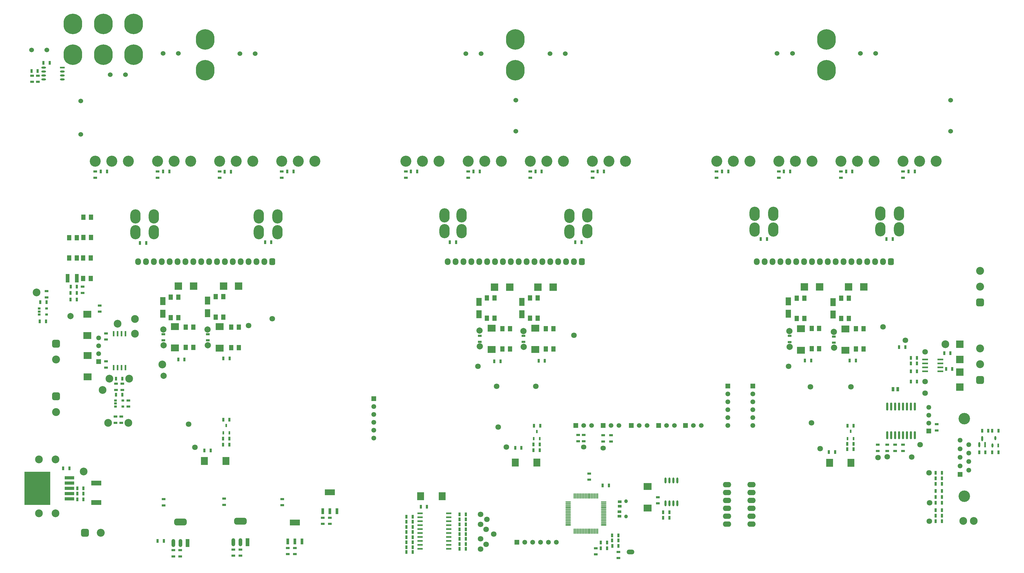
<source format=gbr>
%TF.GenerationSoftware,Altium Limited,Altium Designer,26.1.1 (7)*%
G04 Layer_Color=255*
%FSLAX43Y43*%
%MOMM*%
%TF.SameCoordinates,F910D8A4-5627-44EB-A571-6FFAAA827985*%
%TF.FilePolarity,Positive*%
%TF.FileFunction,Pads,Bot*%
%TF.Part,Single*%
G01*
G75*
%TA.AperFunction,SMDPad,CuDef*%
%ADD12R,0.800X1.250*%
%ADD13R,1.250X0.800*%
%TA.AperFunction,ComponentPad*%
%ADD27O,1.800X1.500*%
%ADD28C,1.800*%
%ADD29C,2.000*%
%ADD30C,3.550*%
%ADD31R,1.550X1.550*%
%ADD32C,1.550*%
%ADD33O,2.700X1.750*%
%ADD34C,3.700*%
%ADD35C,1.500*%
%ADD36R,1.500X1.500*%
%ADD37C,1.200*%
%ADD38C,1.524*%
%ADD39O,6.000X6.600*%
%ADD40C,2.500*%
%ADD41C,2.550*%
G04:AMPARAMS|DCode=42|XSize=2.55mm|YSize=2.55mm|CornerRadius=0.638mm|HoleSize=0mm|Usage=FLASHONLY|Rotation=0.000|XOffset=0mm|YOffset=0mm|HoleType=Round|Shape=RoundedRectangle|*
%AMROUNDEDRECTD42*
21,1,2.550,1.275,0,0,0.0*
21,1,1.275,2.550,0,0,0.0*
1,1,1.275,0.638,-0.638*
1,1,1.275,-0.638,-0.638*
1,1,1.275,-0.638,0.638*
1,1,1.275,0.638,0.638*
%
%ADD42ROUNDEDRECTD42*%
G04:AMPARAMS|DCode=43|XSize=2.55mm|YSize=2.55mm|CornerRadius=0.638mm|HoleSize=0mm|Usage=FLASHONLY|Rotation=270.000|XOffset=0mm|YOffset=0mm|HoleType=Round|Shape=RoundedRectangle|*
%AMROUNDEDRECTD43*
21,1,2.550,1.275,0,0,270.0*
21,1,1.275,2.550,0,0,270.0*
1,1,1.275,-0.638,-0.638*
1,1,1.275,-0.638,0.638*
1,1,1.275,0.638,0.638*
1,1,1.275,0.638,-0.638*
%
%ADD43ROUNDEDRECTD43*%
%ADD44O,1.905X2.159*%
G04:AMPARAMS|DCode=45|XSize=1.905mm|YSize=2.159mm|CornerRadius=0.476mm|HoleSize=0mm|Usage=FLASHONLY|Rotation=0.000|XOffset=0mm|YOffset=0mm|HoleType=Round|Shape=RoundedRectangle|*
%AMROUNDEDRECTD45*
21,1,1.905,1.206,0,0,0.0*
21,1,0.953,2.159,0,0,0.0*
1,1,0.953,0.476,-0.603*
1,1,0.953,-0.476,-0.603*
1,1,0.953,-0.476,0.603*
1,1,0.953,0.476,0.603*
%
%ADD45ROUNDEDRECTD45*%
%ADD46O,3.302X4.572*%
%ADD47O,2.500X1.500*%
%ADD48R,1.550X1.550*%
%TA.AperFunction,SMDPad,CuDef*%
%ADD56R,0.600X1.800*%
G04:AMPARAMS|DCode=57|XSize=2.2mm|YSize=4mm|CornerRadius=0.649mm|HoleSize=0mm|Usage=FLASHONLY|Rotation=90.000|XOffset=0mm|YOffset=0mm|HoleType=Round|Shape=RoundedRectangle|*
%AMROUNDEDRECTD57*
21,1,2.200,2.702,0,0,90.0*
21,1,0.902,4.000,0,0,90.0*
1,1,1.298,1.351,0.451*
1,1,1.298,1.351,-0.451*
1,1,1.298,-1.351,-0.451*
1,1,1.298,-1.351,0.451*
%
%ADD57ROUNDEDRECTD57*%
G04:AMPARAMS|DCode=58|XSize=2.6mm|YSize=1.2mm|CornerRadius=0.6mm|HoleSize=0mm|Usage=FLASHONLY|Rotation=90.000|XOffset=0mm|YOffset=0mm|HoleType=Round|Shape=RoundedRectangle|*
%AMROUNDEDRECTD58*
21,1,2.600,0.000,0,0,90.0*
21,1,1.400,1.200,0,0,90.0*
1,1,1.200,0.000,0.700*
1,1,1.200,0.000,-0.700*
1,1,1.200,0.000,-0.700*
1,1,1.200,0.000,0.700*
%
%ADD58ROUNDEDRECTD58*%
%ADD59R,1.200X2.600*%
%ADD60R,2.400X2.400*%
%ADD61O,0.650X1.900*%
%ADD62R,1.788X0.312*%
G04:AMPARAMS|DCode=63|XSize=1.788mm|YSize=0.312mm|CornerRadius=0.156mm|HoleSize=0mm|Usage=FLASHONLY|Rotation=180.000|XOffset=0mm|YOffset=0mm|HoleType=Round|Shape=RoundedRectangle|*
%AMROUNDEDRECTD63*
21,1,1.788,0.000,0,0,180.0*
21,1,1.476,0.312,0,0,180.0*
1,1,0.312,-0.738,0.000*
1,1,0.312,0.738,0.000*
1,1,0.312,0.738,0.000*
1,1,0.312,-0.738,0.000*
%
%ADD63ROUNDEDRECTD63*%
G04:AMPARAMS|DCode=64|XSize=0.312mm|YSize=1.788mm|CornerRadius=0.156mm|HoleSize=0mm|Usage=FLASHONLY|Rotation=180.000|XOffset=0mm|YOffset=0mm|HoleType=Round|Shape=RoundedRectangle|*
%AMROUNDEDRECTD64*
21,1,0.312,1.476,0,0,180.0*
21,1,0.000,1.788,0,0,180.0*
1,1,0.312,0.000,0.738*
1,1,0.312,0.000,0.738*
1,1,0.312,0.000,-0.738*
1,1,0.312,0.000,-0.738*
%
%ADD64ROUNDEDRECTD64*%
%ADD65R,1.262X0.958*%
%ADD66R,2.500X2.200*%
G04:AMPARAMS|DCode=67|XSize=0.55mm|YSize=1.7mm|CornerRadius=0.05mm|HoleSize=0mm|Usage=FLASHONLY|Rotation=90.000|XOffset=0mm|YOffset=0mm|HoleType=Round|Shape=RoundedRectangle|*
%AMROUNDEDRECTD67*
21,1,0.550,1.601,0,0,90.0*
21,1,0.451,1.700,0,0,90.0*
1,1,0.099,0.800,0.226*
1,1,0.099,0.800,-0.226*
1,1,0.099,-0.800,-0.226*
1,1,0.099,-0.800,0.226*
%
%ADD67ROUNDEDRECTD67*%
%ADD68R,2.200X2.500*%
%ADD69R,0.616X1.308*%
G04:AMPARAMS|DCode=70|XSize=1.308mm|YSize=0.616mm|CornerRadius=0.308mm|HoleSize=0mm|Usage=FLASHONLY|Rotation=90.000|XOffset=0mm|YOffset=0mm|HoleType=Round|Shape=RoundedRectangle|*
%AMROUNDEDRECTD70*
21,1,1.308,0.000,0,0,90.0*
21,1,0.692,0.616,0,0,90.0*
1,1,0.616,0.000,0.346*
1,1,0.616,0.000,-0.346*
1,1,0.616,0.000,-0.346*
1,1,0.616,0.000,0.346*
%
%ADD70ROUNDEDRECTD70*%
G04:AMPARAMS|DCode=71|XSize=1.655mm|YSize=0.602mm|CornerRadius=0.301mm|HoleSize=0mm|Usage=FLASHONLY|Rotation=90.000|XOffset=0mm|YOffset=0mm|HoleType=Round|Shape=RoundedRectangle|*
%AMROUNDEDRECTD71*
21,1,1.655,0.000,0,0,90.0*
21,1,1.053,0.602,0,0,90.0*
1,1,0.602,0.000,0.526*
1,1,0.602,0.000,-0.526*
1,1,0.602,0.000,-0.526*
1,1,0.602,0.000,0.526*
%
%ADD71ROUNDEDRECTD71*%
%ADD72R,0.602X1.655*%
%ADD73R,0.900X0.650*%
%ADD74R,1.205X2.706*%
%ADD75R,3.050X1.016*%
%ADD76R,8.380X10.660*%
%ADD77R,3.200X1.520*%
%ADD78R,0.600X1.050*%
%ADD79R,1.700X2.500*%
%ADD80R,1.450X1.800*%
%ADD81O,1.500X0.600*%
%ADD82R,1.500X0.600*%
%ADD83R,0.950X1.900*%
%ADD84R,3.250X1.900*%
%ADD85R,0.950X1.350*%
%ADD86O,0.700X2.600*%
%ADD87R,2.400X2.400*%
%ADD88R,1.980X0.530*%
D12*
X286452Y127004D02*
D03*
X288452D02*
D03*
X246320D02*
D03*
X248320D02*
D03*
X226406D02*
D03*
X228406D02*
D03*
X186376Y127010D02*
D03*
X188376D02*
D03*
X166361Y127061D02*
D03*
X168361D02*
D03*
X146422D02*
D03*
X148422D02*
D03*
X126279Y127036D02*
D03*
X128279D02*
D03*
X86439Y127004D02*
D03*
X88439D02*
D03*
X187386Y5700D02*
D03*
X189386D02*
D03*
X189385Y7600D02*
D03*
X187385D02*
D03*
X46700Y8105D02*
D03*
X44700D02*
D03*
X209475Y15574D02*
D03*
X207475D02*
D03*
X189977Y25942D02*
D03*
X187977D02*
D03*
X124820Y4522D02*
D03*
X126820D02*
D03*
Y6077D02*
D03*
X124820D02*
D03*
X126820Y7622D02*
D03*
X124820D02*
D03*
X141896Y11827D02*
D03*
X143896D02*
D03*
X141896Y10317D02*
D03*
X143896D02*
D03*
X141896Y13457D02*
D03*
X143896D02*
D03*
X126820Y10932D02*
D03*
X124820D02*
D03*
X126820Y9292D02*
D03*
X124820D02*
D03*
X141896Y16602D02*
D03*
X143896D02*
D03*
X141896Y15002D02*
D03*
X143896D02*
D03*
X126820Y12577D02*
D03*
X124820D02*
D03*
X126820Y15886D02*
D03*
X124820D02*
D03*
X126820Y14267D02*
D03*
X124820D02*
D03*
X129421Y19077D02*
D03*
X131421D02*
D03*
X141896Y7057D02*
D03*
X143896D02*
D03*
X141896Y5512D02*
D03*
X143896D02*
D03*
X141896Y8727D02*
D03*
X143896D02*
D03*
X309174Y36600D02*
D03*
X311174D02*
D03*
X20848Y25040D02*
D03*
X18848D02*
D03*
Y21476D02*
D03*
X20848D02*
D03*
X20848Y23338D02*
D03*
X18848D02*
D03*
X16327Y31440D02*
D03*
X14327D02*
D03*
X16700Y85825D02*
D03*
X18700D02*
D03*
X16723Y87913D02*
D03*
X18723D02*
D03*
X16725Y89975D02*
D03*
X18725D02*
D03*
X39075Y103998D02*
D03*
X41075D02*
D03*
X53366Y66531D02*
D03*
X51366D02*
D03*
X61796Y37253D02*
D03*
X59796D02*
D03*
X67876Y66811D02*
D03*
X65876D02*
D03*
X81299Y104276D02*
D03*
X79299D02*
D03*
X67784Y41004D02*
D03*
X65784D02*
D03*
X65834Y47150D02*
D03*
X67834D02*
D03*
X65784Y39083D02*
D03*
X67784D02*
D03*
X269457Y66204D02*
D03*
X267457D02*
D03*
X262812Y36734D02*
D03*
X260812D02*
D03*
X253087Y66164D02*
D03*
X255087D02*
D03*
X238852Y105268D02*
D03*
X240852D02*
D03*
X266724Y39333D02*
D03*
X268724D02*
D03*
X281340Y105243D02*
D03*
X279340D02*
D03*
X268724Y37631D02*
D03*
X266724D02*
D03*
X268759Y45175D02*
D03*
X266759D02*
D03*
X8002Y161979D02*
D03*
X10002D02*
D03*
X8798Y78817D02*
D03*
X6798D02*
D03*
X6976Y84922D02*
D03*
X8976D02*
D03*
X193040Y8235D02*
D03*
X191040D02*
D03*
X191025Y9896D02*
D03*
X193025D02*
D03*
X191064Y6465D02*
D03*
X193064D02*
D03*
X68310Y126934D02*
D03*
X66310D02*
D03*
X48498Y127004D02*
D03*
X46498D02*
D03*
X28432Y127036D02*
D03*
X26432D02*
D03*
X4116Y159392D02*
D03*
X6116D02*
D03*
X268335Y127004D02*
D03*
X266335D02*
D03*
X312099Y43521D02*
D03*
X310099D02*
D03*
X159811Y38030D02*
D03*
X161811D02*
D03*
X167709Y39173D02*
D03*
X165709D02*
D03*
Y37268D02*
D03*
X167709D02*
D03*
X165862Y45142D02*
D03*
X167862D02*
D03*
X209475Y17350D02*
D03*
X207475D02*
D03*
X181179Y104257D02*
D03*
X179179D02*
D03*
X33365Y55148D02*
D03*
X31365D02*
D03*
X33365Y60305D02*
D03*
X31365D02*
D03*
X295150Y16193D02*
D03*
X297150D02*
D03*
X295150Y14425D02*
D03*
X297150D02*
D03*
Y24189D02*
D03*
X295150D02*
D03*
X295150Y22252D02*
D03*
X297150D02*
D03*
X295150Y20348D02*
D03*
X297150D02*
D03*
Y18025D02*
D03*
X295150D02*
D03*
X295161Y28224D02*
D03*
X297161D02*
D03*
X297161Y30054D02*
D03*
X295161D02*
D03*
X295161Y26425D02*
D03*
X297161D02*
D03*
X297916Y68507D02*
D03*
X299916D02*
D03*
X300516Y63437D02*
D03*
X298516D02*
D03*
X289176Y66982D02*
D03*
X287176D02*
D03*
X289176Y65252D02*
D03*
X287176D02*
D03*
Y62712D02*
D03*
X289176D02*
D03*
X287176Y59367D02*
D03*
X289176D02*
D03*
X285396Y70487D02*
D03*
X283396D02*
D03*
X138775Y104257D02*
D03*
X140775D02*
D03*
X169353Y66050D02*
D03*
X167353D02*
D03*
X155073Y65950D02*
D03*
X153073D02*
D03*
X313374Y43521D02*
D03*
X315374D02*
D03*
X313374Y36600D02*
D03*
X315374D02*
D03*
D13*
X185800Y3750D02*
D03*
Y5750D02*
D03*
X181871Y42193D02*
D03*
Y40193D02*
D03*
X180081D02*
D03*
Y42193D02*
D03*
X188161Y42127D02*
D03*
Y40127D02*
D03*
X190701D02*
D03*
Y42127D02*
D03*
X183684Y29787D02*
D03*
Y27787D02*
D03*
X28125Y74900D02*
D03*
Y72900D02*
D03*
X8975Y88512D02*
D03*
Y86512D02*
D03*
X100150Y13550D02*
D03*
Y15550D02*
D03*
X69060Y3333D02*
D03*
Y5333D02*
D03*
X26094Y83900D02*
D03*
Y81900D02*
D03*
X20550Y89950D02*
D03*
Y87950D02*
D03*
X66150Y19681D02*
D03*
Y21681D02*
D03*
X71350Y3333D02*
D03*
Y5333D02*
D03*
X28150Y63900D02*
D03*
Y65900D02*
D03*
X46599Y72645D02*
D03*
Y74645D02*
D03*
X60857D02*
D03*
Y72645D02*
D03*
X262418Y71894D02*
D03*
Y73894D02*
D03*
X248127Y74135D02*
D03*
Y72135D02*
D03*
X193040Y2550D02*
D03*
Y4550D02*
D03*
X144666Y125004D02*
D03*
Y127004D02*
D03*
X124638Y125004D02*
D03*
Y127004D02*
D03*
X244666Y125004D02*
D03*
Y127004D02*
D03*
X164666Y125004D02*
D03*
Y127004D02*
D03*
X184709Y125004D02*
D03*
Y127004D02*
D03*
X224663Y125004D02*
D03*
Y127004D02*
D03*
X284633Y125004D02*
D03*
Y127004D02*
D03*
X264666Y125004D02*
D03*
Y127004D02*
D03*
X24638Y125004D02*
D03*
Y127004D02*
D03*
X44666Y125004D02*
D03*
Y127004D02*
D03*
X84666Y125004D02*
D03*
Y127004D02*
D03*
X64666Y125004D02*
D03*
Y127004D02*
D03*
X4354Y157874D02*
D03*
Y155874D02*
D03*
X6183Y157874D02*
D03*
Y155874D02*
D03*
X205725Y20175D02*
D03*
Y22175D02*
D03*
X84800Y19575D02*
D03*
Y21575D02*
D03*
X32995Y46105D02*
D03*
Y48105D02*
D03*
X33375Y56675D02*
D03*
Y58675D02*
D03*
X31365Y56675D02*
D03*
Y58675D02*
D03*
X31185Y48105D02*
D03*
Y46105D02*
D03*
X35293Y53325D02*
D03*
Y51325D02*
D03*
X282095Y39078D02*
D03*
Y37078D02*
D03*
X276520D02*
D03*
Y39078D02*
D03*
X279555Y37078D02*
D03*
Y39078D02*
D03*
X284635D02*
D03*
Y37078D02*
D03*
X162503Y74141D02*
D03*
Y72141D02*
D03*
X148427Y72140D02*
D03*
Y74140D02*
D03*
X295483Y43648D02*
D03*
Y45648D02*
D03*
X86625Y5825D02*
D03*
Y3825D02*
D03*
X49771Y5100D02*
D03*
Y3100D02*
D03*
X88925Y5825D02*
D03*
Y3825D02*
D03*
X97850Y13550D02*
D03*
Y15550D02*
D03*
X46661Y21525D02*
D03*
Y19525D02*
D03*
X52011Y5100D02*
D03*
Y3100D02*
D03*
D27*
X188161Y37987D02*
D03*
X181871Y38279D02*
D03*
D28*
X166439Y57836D02*
D03*
X148660Y13457D02*
D03*
X152871Y10317D02*
D03*
X148660Y5477D02*
D03*
Y16602D02*
D03*
Y8727D02*
D03*
X150683Y15002D02*
D03*
X150475Y7027D02*
D03*
Y11827D02*
D03*
X56711Y38232D02*
D03*
X54714Y45661D02*
D03*
X74041Y77404D02*
D03*
X81661Y79635D02*
D03*
X247860Y64326D02*
D03*
X267927Y57729D02*
D03*
X254871D02*
D03*
X258002Y37788D02*
D03*
X278232Y77032D02*
D03*
X255223Y46105D02*
D03*
X293185Y20344D02*
D03*
X293072Y30054D02*
D03*
X287475Y35075D02*
D03*
X147856Y64321D02*
D03*
X157008Y38337D02*
D03*
X178714Y74317D02*
D03*
X153823Y57836D02*
D03*
X154374Y44728D02*
D03*
X293135Y14410D02*
D03*
X291806Y55633D02*
D03*
X276609Y34900D02*
D03*
X290180Y39078D02*
D03*
X291806Y59367D02*
D03*
X285396Y72651D02*
D03*
X291781Y68959D02*
D03*
X279555Y35172D02*
D03*
D29*
X16700Y80466D02*
D03*
X46623Y71070D02*
D03*
X46548Y76145D02*
D03*
X46654Y61250D02*
D03*
X60881Y71070D02*
D03*
X60806Y76145D02*
D03*
X262443Y70319D02*
D03*
X262368Y75394D02*
D03*
X248151Y70560D02*
D03*
X248076Y75635D02*
D03*
X162528Y70566D02*
D03*
X162453Y75641D02*
D03*
X148377Y75780D02*
D03*
X148452Y70705D02*
D03*
D30*
X124666Y130369D02*
D03*
X130000D02*
D03*
X135334D02*
D03*
X95334D02*
D03*
X90000D02*
D03*
X84666D02*
D03*
X184666D02*
D03*
X190000D02*
D03*
X195334D02*
D03*
X164666D02*
D03*
X170000D02*
D03*
X175334D02*
D03*
X44666D02*
D03*
X50000D02*
D03*
X55334D02*
D03*
X24666D02*
D03*
X30000D02*
D03*
X35334D02*
D03*
X64666D02*
D03*
X70000D02*
D03*
X75334D02*
D03*
X284666D02*
D03*
X290000D02*
D03*
X295334D02*
D03*
X264666D02*
D03*
X270000D02*
D03*
X275334D02*
D03*
X144666D02*
D03*
X150000D02*
D03*
X155334D02*
D03*
X224666D02*
D03*
X230000D02*
D03*
X235334D02*
D03*
X244666D02*
D03*
X250000D02*
D03*
X255334D02*
D03*
D31*
X25775Y65845D02*
D03*
X302985Y29515D02*
D03*
X114300Y53870D02*
D03*
X292961Y43498D02*
D03*
X228279Y57970D02*
D03*
X236279Y57960D02*
D03*
D32*
X25775Y68385D02*
D03*
Y70925D02*
D03*
Y73465D02*
D03*
X302985Y34995D02*
D03*
Y32255D02*
D03*
Y37735D02*
D03*
Y40475D02*
D03*
X305825Y36365D02*
D03*
Y33625D02*
D03*
Y30885D02*
D03*
Y39105D02*
D03*
X114300Y51330D02*
D03*
Y48790D02*
D03*
Y46250D02*
D03*
Y43710D02*
D03*
Y41170D02*
D03*
X173080Y7700D02*
D03*
X170540D02*
D03*
X168000D02*
D03*
X165460D02*
D03*
X162920D02*
D03*
X292961Y46038D02*
D03*
Y48578D02*
D03*
Y51118D02*
D03*
X228279Y55430D02*
D03*
Y52890D02*
D03*
Y50350D02*
D03*
Y47810D02*
D03*
Y45270D02*
D03*
X236279Y55420D02*
D03*
Y52880D02*
D03*
Y50340D02*
D03*
Y47800D02*
D03*
Y45260D02*
D03*
D33*
X228024Y13500D02*
D03*
Y16040D02*
D03*
Y18580D02*
D03*
Y21120D02*
D03*
Y23660D02*
D03*
Y26200D02*
D03*
X235865Y26225D02*
D03*
Y23685D02*
D03*
Y21145D02*
D03*
Y18605D02*
D03*
Y16065D02*
D03*
Y13525D02*
D03*
D34*
X304405Y22505D02*
D03*
Y47495D02*
D03*
D35*
X202257Y45225D02*
D03*
X199717D02*
D03*
X217202D02*
D03*
X219742D02*
D03*
X193241Y45287D02*
D03*
X190701D02*
D03*
X208532Y45225D02*
D03*
X211072D02*
D03*
X184411Y45237D02*
D03*
X181871D02*
D03*
D36*
X197177Y45225D02*
D03*
X214662D02*
D03*
X188161Y45287D02*
D03*
X205992Y45225D02*
D03*
X179331Y45237D02*
D03*
D37*
X195524Y15981D02*
D03*
Y20861D02*
D03*
D38*
X4150Y166175D02*
D03*
X9100D02*
D03*
X29450Y158225D02*
D03*
X34400D02*
D03*
X46445Y165059D02*
D03*
X51395D02*
D03*
X76135Y164983D02*
D03*
X71185D02*
D03*
X148869Y165004D02*
D03*
X143919D02*
D03*
X249058Y165034D02*
D03*
X244108D02*
D03*
X275869Y165059D02*
D03*
X270919D02*
D03*
X175971Y165004D02*
D03*
X160000Y140004D02*
D03*
Y150004D02*
D03*
X300000Y140004D02*
D03*
Y150004D02*
D03*
X20000Y138976D02*
D03*
Y149726D02*
D03*
X171021Y165004D02*
D03*
D39*
X27250Y174540D02*
D03*
Y164634D02*
D03*
X17425Y174540D02*
D03*
Y164634D02*
D03*
X60000Y159638D02*
D03*
Y169544D02*
D03*
X37000Y164634D02*
D03*
Y174540D02*
D03*
X159893Y159638D02*
D03*
Y169544D02*
D03*
X259994Y159638D02*
D03*
Y169544D02*
D03*
D40*
X307400Y14480D02*
D03*
X304005D02*
D03*
X31815Y78014D02*
D03*
X37446Y79505D02*
D03*
X6564Y16963D02*
D03*
X11898D02*
D03*
Y34362D02*
D03*
X6564D02*
D03*
X20914Y30470D02*
D03*
X46252Y64911D02*
D03*
X5724Y88112D02*
D03*
X37446Y74800D02*
D03*
X35545Y60305D02*
D03*
X35293Y46105D02*
D03*
X28765Y46105D02*
D03*
X29185Y60305D02*
D03*
X27025Y56685D02*
D03*
X298316Y71428D02*
D03*
D41*
X26390Y10725D02*
D03*
X12000Y49539D02*
D03*
Y66539D02*
D03*
X309475Y65000D02*
D03*
Y70080D02*
D03*
Y90000D02*
D03*
Y95080D02*
D03*
D42*
X21310Y10725D02*
D03*
D43*
X12000Y54619D02*
D03*
Y71619D02*
D03*
X309475Y59920D02*
D03*
Y84920D02*
D03*
D44*
X58801Y98029D02*
D03*
X38481D02*
D03*
X56261D02*
D03*
X48641D02*
D03*
X53721D02*
D03*
X46101D02*
D03*
X51181D02*
D03*
X43561D02*
D03*
X41021D02*
D03*
X61341D02*
D03*
X63881D02*
D03*
X66421D02*
D03*
X71501D02*
D03*
X79121D02*
D03*
X68961D02*
D03*
X74041D02*
D03*
X76581D02*
D03*
X158394Y98010D02*
D03*
X138074D02*
D03*
X155854D02*
D03*
X148234D02*
D03*
X153314D02*
D03*
X145694D02*
D03*
X150774D02*
D03*
X143154D02*
D03*
X140614D02*
D03*
X160934D02*
D03*
X163474D02*
D03*
X166014D02*
D03*
X171094D02*
D03*
X178714D02*
D03*
X168554D02*
D03*
X173634D02*
D03*
X176174D02*
D03*
X275692D02*
D03*
X273152D02*
D03*
X268072D02*
D03*
X278232D02*
D03*
X270612D02*
D03*
X265532D02*
D03*
X262992D02*
D03*
X260452D02*
D03*
X240132D02*
D03*
X242672D02*
D03*
X250292D02*
D03*
X245212D02*
D03*
X252832D02*
D03*
X247752D02*
D03*
X255372D02*
D03*
X237592D02*
D03*
X257912D02*
D03*
D45*
X81661Y98029D02*
D03*
X181254Y98010D02*
D03*
X280772D02*
D03*
D46*
X43562Y112544D02*
D03*
Y107464D02*
D03*
X37562Y112544D02*
D03*
Y107464D02*
D03*
X77277Y112592D02*
D03*
Y107512D02*
D03*
X83277Y112592D02*
D03*
Y107512D02*
D03*
X283380Y113506D02*
D03*
Y108426D02*
D03*
X277380Y113506D02*
D03*
Y108426D02*
D03*
X236888Y113430D02*
D03*
Y108350D02*
D03*
X242888Y113430D02*
D03*
Y108350D02*
D03*
X183094Y107808D02*
D03*
Y112888D02*
D03*
X177278Y107681D02*
D03*
Y112761D02*
D03*
X142545Y107808D02*
D03*
Y112888D02*
D03*
X137109Y107808D02*
D03*
Y112888D02*
D03*
D47*
X196975Y4550D02*
D03*
D48*
X160380Y7700D02*
D03*
D56*
X30545Y74800D02*
D03*
X31815D02*
D03*
X33085D02*
D03*
X34355D02*
D03*
Y63900D02*
D03*
X33085D02*
D03*
X31815D02*
D03*
X30545D02*
D03*
D57*
X52060Y14195D02*
D03*
X71350Y14477D02*
D03*
D58*
X49770Y7405D02*
D03*
X52060D02*
D03*
X69060Y7687D02*
D03*
X71350D02*
D03*
D59*
X54350Y7405D02*
D03*
X73640Y7687D02*
D03*
D60*
X172034Y89771D02*
D03*
X167153D02*
D03*
X267167Y89904D02*
D03*
X272048D02*
D03*
X252927Y89864D02*
D03*
X257808D02*
D03*
X70797Y90131D02*
D03*
X65916D02*
D03*
X56317D02*
D03*
X51436D02*
D03*
X153193Y89761D02*
D03*
X158074D02*
D03*
D61*
X212030Y20225D02*
D03*
X210760D02*
D03*
X209490D02*
D03*
X208220D02*
D03*
X212030Y27525D02*
D03*
X210760D02*
D03*
X209490D02*
D03*
X208220D02*
D03*
D62*
X188292Y20631D02*
D03*
D63*
Y20131D02*
D03*
Y19631D02*
D03*
Y19131D02*
D03*
Y18631D02*
D03*
Y18131D02*
D03*
Y17631D02*
D03*
Y17131D02*
D03*
Y16631D02*
D03*
Y16131D02*
D03*
Y15631D02*
D03*
Y15131D02*
D03*
Y14631D02*
D03*
Y14131D02*
D03*
Y13631D02*
D03*
Y13131D02*
D03*
X176910D02*
D03*
Y13631D02*
D03*
Y14131D02*
D03*
Y14631D02*
D03*
Y15131D02*
D03*
Y15631D02*
D03*
Y16131D02*
D03*
Y16631D02*
D03*
Y17131D02*
D03*
Y17631D02*
D03*
Y18131D02*
D03*
Y18631D02*
D03*
Y19131D02*
D03*
Y19631D02*
D03*
Y20131D02*
D03*
Y20631D02*
D03*
D64*
X186351Y11190D02*
D03*
X185851D02*
D03*
X185351D02*
D03*
X184851D02*
D03*
X184351D02*
D03*
X183851D02*
D03*
X183351D02*
D03*
X182851D02*
D03*
X182351D02*
D03*
X181851D02*
D03*
X181351D02*
D03*
X180851D02*
D03*
X180351D02*
D03*
X179851D02*
D03*
X179351D02*
D03*
X178851D02*
D03*
Y22573D02*
D03*
X179351D02*
D03*
X179851D02*
D03*
X180351D02*
D03*
X180851D02*
D03*
X181351D02*
D03*
X181851D02*
D03*
X182351D02*
D03*
X182851D02*
D03*
X183351D02*
D03*
X183851D02*
D03*
X184351D02*
D03*
X184851D02*
D03*
X185351D02*
D03*
X185851D02*
D03*
X186351D02*
D03*
D65*
X193414Y16015D02*
D03*
Y17469D02*
D03*
X193447Y20702D02*
D03*
Y19248D02*
D03*
D66*
X22125Y74200D02*
D03*
Y81100D02*
D03*
X22225Y67788D02*
D03*
Y60888D02*
D03*
X64686Y70181D02*
D03*
Y77081D02*
D03*
X50321Y77095D02*
D03*
Y70195D02*
D03*
X251787Y76374D02*
D03*
Y69474D02*
D03*
X266088Y69444D02*
D03*
Y76344D02*
D03*
X202400Y18700D02*
D03*
Y25600D02*
D03*
X166273Y76591D02*
D03*
Y69691D02*
D03*
X152193Y76591D02*
D03*
Y69691D02*
D03*
D67*
X138471Y16942D02*
D03*
Y15672D02*
D03*
Y14402D02*
D03*
Y13132D02*
D03*
Y11862D02*
D03*
Y10592D02*
D03*
Y9322D02*
D03*
Y8052D02*
D03*
Y6782D02*
D03*
Y5512D02*
D03*
X129171Y16942D02*
D03*
Y15672D02*
D03*
Y14402D02*
D03*
Y13132D02*
D03*
Y11862D02*
D03*
Y10592D02*
D03*
Y9322D02*
D03*
Y8052D02*
D03*
Y6782D02*
D03*
Y5512D02*
D03*
D68*
X129400Y22500D02*
D03*
X136300D02*
D03*
X59796Y33818D02*
D03*
X66696D02*
D03*
X260989Y33233D02*
D03*
X267889D02*
D03*
X159875Y33350D02*
D03*
X166775D02*
D03*
D69*
X315324Y38850D02*
D03*
D70*
X313424D02*
D03*
X314374Y41200D02*
D03*
D71*
X310149Y41050D02*
D03*
X309199Y39100D02*
D03*
D72*
X311099D02*
D03*
D73*
X6598Y81000D02*
D03*
Y81950D02*
D03*
Y82900D02*
D03*
X8998D02*
D03*
Y81000D02*
D03*
X31165Y52325D02*
D03*
X33565Y51375D02*
D03*
Y53275D02*
D03*
X31165D02*
D03*
Y51375D02*
D03*
D74*
X15774Y92675D02*
D03*
X18676D02*
D03*
D75*
X16335Y21636D02*
D03*
Y23338D02*
D03*
Y25040D02*
D03*
Y26742D02*
D03*
Y28444D02*
D03*
D76*
X6030Y25040D02*
D03*
D77*
X25004Y20481D02*
D03*
Y26691D02*
D03*
D78*
X66834Y45214D02*
D03*
X65884Y42914D02*
D03*
X67784D02*
D03*
X268725Y41053D02*
D03*
X266825D02*
D03*
X267775Y43353D02*
D03*
X166760Y43320D02*
D03*
X165810Y41020D02*
D03*
X167710D02*
D03*
D79*
X46406Y85261D02*
D03*
Y81261D02*
D03*
X60816Y81445D02*
D03*
Y85445D02*
D03*
X247730Y81204D02*
D03*
Y85204D02*
D03*
X262107Y80965D02*
D03*
Y84965D02*
D03*
X161953Y81081D02*
D03*
Y85081D02*
D03*
X148143Y81081D02*
D03*
Y85081D02*
D03*
D80*
X63401Y80170D02*
D03*
Y86720D02*
D03*
X65851Y80170D02*
D03*
Y86720D02*
D03*
X51421Y86536D02*
D03*
Y79986D02*
D03*
X48971Y86536D02*
D03*
Y79986D02*
D03*
X53791Y70370D02*
D03*
Y76920D02*
D03*
X56241Y70370D02*
D03*
Y76920D02*
D03*
X70851Y76906D02*
D03*
Y70356D02*
D03*
X68401Y76906D02*
D03*
Y70356D02*
D03*
X252927Y86234D02*
D03*
Y79684D02*
D03*
X250477Y86234D02*
D03*
Y79684D02*
D03*
X255232Y69939D02*
D03*
Y76489D02*
D03*
X257682Y69939D02*
D03*
Y76489D02*
D03*
X264732Y79690D02*
D03*
Y86240D02*
D03*
X267182Y79690D02*
D03*
Y86240D02*
D03*
X271923Y76429D02*
D03*
Y69879D02*
D03*
X269473Y76429D02*
D03*
Y69879D02*
D03*
X20825Y105775D02*
D03*
Y112325D02*
D03*
X23275Y105775D02*
D03*
Y112325D02*
D03*
X16275Y99175D02*
D03*
Y105725D02*
D03*
X18725Y99175D02*
D03*
Y105725D02*
D03*
X20775Y92600D02*
D03*
Y99150D02*
D03*
X23225Y92600D02*
D03*
Y99150D02*
D03*
X169678Y69866D02*
D03*
Y76416D02*
D03*
X172128Y69866D02*
D03*
Y76416D02*
D03*
X167078Y86356D02*
D03*
Y79806D02*
D03*
X164628Y86356D02*
D03*
Y79806D02*
D03*
X158128Y76416D02*
D03*
Y69866D02*
D03*
X155678Y76416D02*
D03*
Y69866D02*
D03*
X153198Y86356D02*
D03*
Y79806D02*
D03*
X150748Y86356D02*
D03*
Y79806D02*
D03*
D81*
X8034Y160450D02*
D03*
X14034Y159180D02*
D03*
Y157910D02*
D03*
Y156640D02*
D03*
X8034Y159180D02*
D03*
Y157910D02*
D03*
Y156640D02*
D03*
D82*
X14034Y160450D02*
D03*
D83*
X86625Y7950D02*
D03*
X91225D02*
D03*
X88925D02*
D03*
X97850Y17625D02*
D03*
X102450D02*
D03*
X100150D02*
D03*
D84*
X88925Y14050D02*
D03*
X100150Y23725D02*
D03*
D85*
X282953Y56922D02*
D03*
X281453D02*
D03*
D86*
X288446Y42143D02*
D03*
X285906D02*
D03*
X284636D02*
D03*
X283366D02*
D03*
X282096D02*
D03*
X280826D02*
D03*
X288446Y51393D02*
D03*
X287176D02*
D03*
X285906D02*
D03*
X284636D02*
D03*
X283366D02*
D03*
X282096D02*
D03*
X280826D02*
D03*
X279556D02*
D03*
X287176Y42143D02*
D03*
X279556D02*
D03*
D87*
X302946Y71428D02*
D03*
Y66547D02*
D03*
Y57581D02*
D03*
Y62462D02*
D03*
D88*
X291781Y62712D02*
D03*
Y63982D02*
D03*
Y65252D02*
D03*
Y66522D02*
D03*
X296711D02*
D03*
Y65252D02*
D03*
Y63982D02*
D03*
Y62712D02*
D03*
%TF.MD5,fa1b50e5b3bd2add733e7a056648dcfa*%
M02*

</source>
